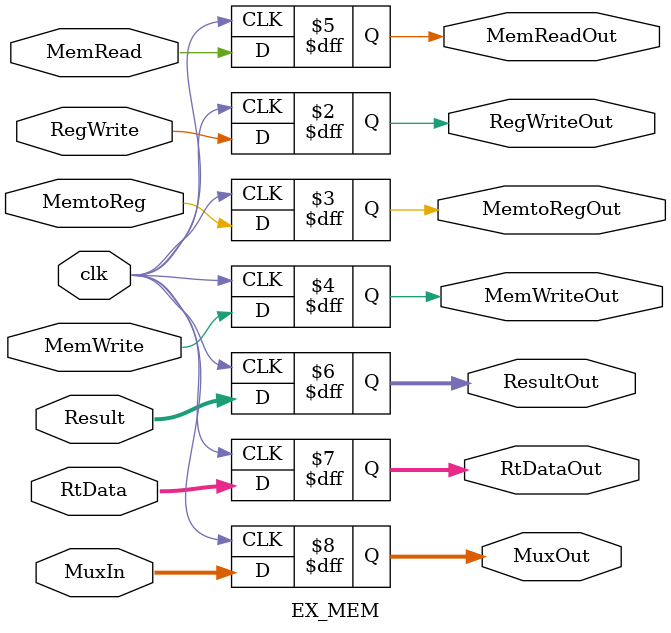
<source format=v>
module EX_MEM(
	// Outputs
	output reg RegWriteOut, MemtoRegOut, MemWriteOut, MemReadOut,
	output reg [31:0]ResultOut, RtDataOut,
	output reg [4:0]MuxOut,
	// Inputs
	input wire RegWrite, MemtoReg, MemWrite, MemRead,
	input wire [31:0]Result, RtData,
	input wire [4:0]MuxIn,
	input wire clk
);

	always @ (posedge clk)
	begin
		RegWriteOut <= RegWrite;
		MemtoRegOut <= MemtoReg;
		MemWriteOut <= MemWrite;
		MemReadOut <= MemRead;
		
		ResultOut <= Result;
		RtDataOut <= RtData;
		MuxOut <= MuxIn;
	end
endmodule
</source>
